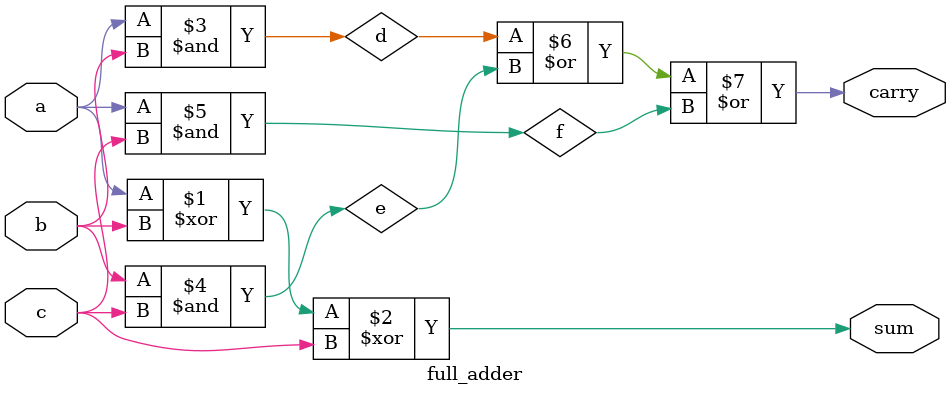
<source format=v>


module full_adder(a, b, c, sum, carry);
input a;
input b;
input c;
output sum;
output carry;
wire d,e,f;

xor(sum,a,b,c);
and(d,a,b);
and(e,b,c);
and(f,a,c);
or(carry,d,e,f);

endmodule

</source>
